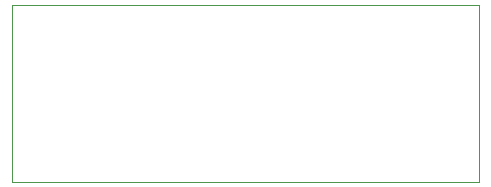
<source format=gm1>
G04 #@! TF.GenerationSoftware,KiCad,Pcbnew,(5.1.0-1348-g4ca769472)*
G04 #@! TF.CreationDate,2019-07-24T13:26:59+02:00*
G04 #@! TF.ProjectId,USB Joystick Adapter 'SINCHAI' (SMD Version),55534220-4a6f-4797-9374-69636b204164,1.0*
G04 #@! TF.SameCoordinates,Original*
G04 #@! TF.FileFunction,Profile,NP*
%FSLAX46Y46*%
G04 Gerber Fmt 4.6, Leading zero omitted, Abs format (unit mm)*
G04 Created by KiCad (PCBNEW (5.1.0-1348-g4ca769472)) date 2019-07-24 13:26:59*
%MOMM*%
%LPD*%
G04 APERTURE LIST*
%ADD10C,0.090000*%
G04 APERTURE END LIST*
D10*
X152200000Y-109800000D02*
X112700000Y-109800000D01*
X152200000Y-94800000D02*
X152200000Y-109800000D01*
X112700000Y-94800000D02*
X152200000Y-94800000D01*
X112700000Y-94800000D02*
X112700000Y-109800000D01*
M02*

</source>
